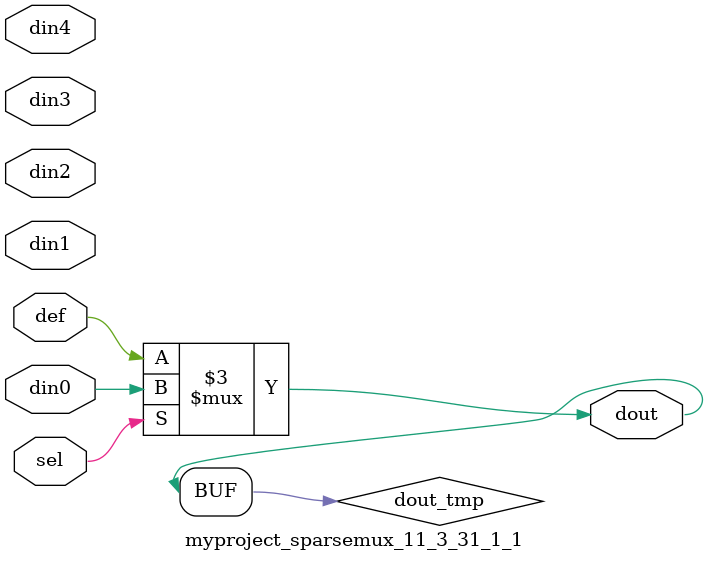
<source format=v>
`timescale 1ns / 1ps

module myproject_sparsemux_11_3_31_1_1 (din0,din1,din2,din3,din4,def,sel,dout);

parameter din0_WIDTH = 1;

parameter din1_WIDTH = 1;

parameter din2_WIDTH = 1;

parameter din3_WIDTH = 1;

parameter din4_WIDTH = 1;

parameter def_WIDTH = 1;
parameter sel_WIDTH = 1;
parameter dout_WIDTH = 1;

parameter [sel_WIDTH-1:0] CASE0 = 1;

parameter [sel_WIDTH-1:0] CASE1 = 1;

parameter [sel_WIDTH-1:0] CASE2 = 1;

parameter [sel_WIDTH-1:0] CASE3 = 1;

parameter [sel_WIDTH-1:0] CASE4 = 1;

parameter ID = 1;
parameter NUM_STAGE = 1;



input [din0_WIDTH-1:0] din0;

input [din1_WIDTH-1:0] din1;

input [din2_WIDTH-1:0] din2;

input [din3_WIDTH-1:0] din3;

input [din4_WIDTH-1:0] din4;

input [def_WIDTH-1:0] def;
input [sel_WIDTH-1:0] sel;

output [dout_WIDTH-1:0] dout;



reg [dout_WIDTH-1:0] dout_tmp;


always @ (*) begin
(* parallel_case *) case (sel)
    
    CASE0 : dout_tmp = din0;
    
    CASE1 : dout_tmp = din1;
    
    CASE2 : dout_tmp = din2;
    
    CASE3 : dout_tmp = din3;
    
    CASE4 : dout_tmp = din4;
    
    default : dout_tmp = def;
endcase
end


assign dout = dout_tmp;



endmodule

</source>
